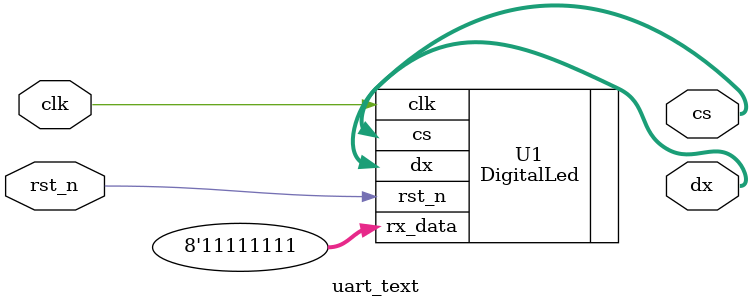
<source format=v>
	module uart_text(
			clk ,rst_n,
			cs, 
			dx,
		);
	input clk	; //50MHz
	input rst_n	; //µÍµçÆ½ÓÐÐ§

	output[1:0] cs;//Î»Ñ¡£¬µÍÓÐÐ§
	output[7:0] dx; //¶ÎÑ¡
	wire[1:0] cs;
	wire[7:0] dx;
	
	parameter rx_data = 8'd255;
   DigitalLed U1(
		.clk(clk),
		.rst_n(rst_n),
		.rx_data(rx_data),
		.cs(cs), 
		.dx(dx)
	);
	

	
	endmodule
</source>
